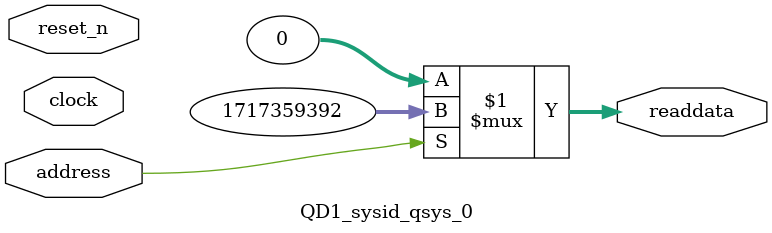
<source format=v>



// synthesis translate_off
`timescale 1ns / 1ps
// synthesis translate_on

// turn off superfluous verilog processor warnings 
// altera message_level Level1 
// altera message_off 10034 10035 10036 10037 10230 10240 10030 

module QD1_sysid_qsys_0 (
               // inputs:
                address,
                clock,
                reset_n,

               // outputs:
                readdata
             )
;

  output  [ 31: 0] readdata;
  input            address;
  input            clock;
  input            reset_n;

  wire    [ 31: 0] readdata;
  //control_slave, which is an e_avalon_slave
  assign readdata = address ? 1717359392 : 0;

endmodule



</source>
